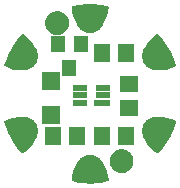
<source format=gbr>
G04 EAGLE Gerber RS-274X export*
G75*
%MOMM*%
%FSLAX34Y34*%
%LPD*%
%INSoldermask Top*%
%IPPOS*%
%AMOC8*
5,1,8,0,0,1.08239X$1,22.5*%
G01*
%ADD10R,1.403200X0.603200*%
%ADD11R,1.203200X0.603200*%
%ADD12R,1.403200X1.503200*%
%ADD13R,1.503200X1.403200*%
%ADD14R,1.603200X1.603200*%
%ADD15R,1.203200X1.403200*%
%ADD16C,2.387600*%
%ADD17C,1.203200*%
%ADD18C,0.500000*%

G36*
X3062Y-76024D02*
X3062Y-76024D01*
X3099Y-76026D01*
X9133Y-75392D01*
X9160Y-75384D01*
X9198Y-75382D01*
X15132Y-74120D01*
X15154Y-74111D01*
X15178Y-74109D01*
X15257Y-74069D01*
X15340Y-74036D01*
X15357Y-74020D01*
X15378Y-74009D01*
X15411Y-73975D01*
X15413Y-73973D01*
X15422Y-73963D01*
X15439Y-73944D01*
X15505Y-73884D01*
X15516Y-73863D01*
X15532Y-73845D01*
X15548Y-73807D01*
X15555Y-73799D01*
X15568Y-73761D01*
X15607Y-73684D01*
X15610Y-73661D01*
X15619Y-73639D01*
X15622Y-73601D01*
X15627Y-73586D01*
X15626Y-73547D01*
X15630Y-73491D01*
X15633Y-73461D01*
X15632Y-73457D01*
X15632Y-73452D01*
X15345Y-69693D01*
X15334Y-69653D01*
X15329Y-69595D01*
X14457Y-65928D01*
X14440Y-65890D01*
X14426Y-65833D01*
X12991Y-62348D01*
X12969Y-62313D01*
X12946Y-62259D01*
X10983Y-59041D01*
X10956Y-59010D01*
X10925Y-58960D01*
X8483Y-56089D01*
X8445Y-56058D01*
X8389Y-55999D01*
X6603Y-54613D01*
X6578Y-54600D01*
X6574Y-54595D01*
X6563Y-54590D01*
X6535Y-54567D01*
X4583Y-53426D01*
X4550Y-53414D01*
X4509Y-53389D01*
X2426Y-52512D01*
X2391Y-52505D01*
X2347Y-52485D01*
X168Y-51888D01*
X92Y-51882D01*
X19Y-51866D01*
X-24Y-51871D01*
X-56Y-51868D01*
X-100Y-51880D01*
X-168Y-51888D01*
X-2347Y-52485D01*
X-2379Y-52501D01*
X-2426Y-52512D01*
X-4509Y-53389D01*
X-4539Y-53408D01*
X-4583Y-53426D01*
X-6535Y-54567D01*
X-6561Y-54590D01*
X-6603Y-54613D01*
X-8389Y-55999D01*
X-8422Y-56036D01*
X-8483Y-56089D01*
X-10925Y-58960D01*
X-10946Y-58996D01*
X-10983Y-59041D01*
X-12946Y-62259D01*
X-12961Y-62297D01*
X-12991Y-62348D01*
X-14426Y-65833D01*
X-14435Y-65874D01*
X-14457Y-65928D01*
X-15329Y-69595D01*
X-15331Y-69636D01*
X-15345Y-69693D01*
X-15632Y-73452D01*
X-15630Y-73475D01*
X-15634Y-73499D01*
X-15622Y-73570D01*
X-15620Y-73623D01*
X-15613Y-73640D01*
X-15610Y-73675D01*
X-15599Y-73696D01*
X-15595Y-73720D01*
X-15550Y-73796D01*
X-15550Y-73797D01*
X-15536Y-73831D01*
X-15529Y-73838D01*
X-15511Y-73876D01*
X-15493Y-73893D01*
X-15481Y-73913D01*
X-15413Y-73969D01*
X-15391Y-73990D01*
X-15384Y-73997D01*
X-15382Y-73998D01*
X-15348Y-74030D01*
X-15326Y-74040D01*
X-15307Y-74055D01*
X-15170Y-74106D01*
X-15141Y-74118D01*
X-15137Y-74119D01*
X-15132Y-74120D01*
X-9198Y-75382D01*
X-9169Y-75383D01*
X-9133Y-75392D01*
X-3099Y-76026D01*
X-3071Y-76024D01*
X-3033Y-76030D01*
X3033Y-76030D01*
X3062Y-76024D01*
G37*
G36*
X-57510Y20009D02*
X-57510Y20009D01*
X-57470Y20017D01*
X-57411Y20019D01*
X-53704Y20698D01*
X-53657Y20715D01*
X-53578Y20734D01*
X-51485Y21588D01*
X-51455Y21607D01*
X-51411Y21624D01*
X-49447Y22744D01*
X-49420Y22766D01*
X-49378Y22789D01*
X-47577Y24155D01*
X-47553Y24181D01*
X-47515Y24210D01*
X-45908Y25799D01*
X-45864Y25861D01*
X-45814Y25917D01*
X-45801Y25947D01*
X-45796Y25954D01*
X-45793Y25962D01*
X-45779Y25983D01*
X-45767Y26027D01*
X-45740Y26089D01*
X-45167Y28276D01*
X-45164Y28311D01*
X-45151Y28357D01*
X-44869Y30600D01*
X-44871Y30635D01*
X-44864Y30682D01*
X-44876Y32942D01*
X-44883Y32977D01*
X-44882Y33025D01*
X-45189Y35264D01*
X-45205Y35311D01*
X-45220Y35391D01*
X-46486Y38942D01*
X-46507Y38977D01*
X-46527Y39032D01*
X-48332Y42341D01*
X-48358Y42373D01*
X-48387Y42425D01*
X-50687Y45410D01*
X-50718Y45438D01*
X-50754Y45484D01*
X-53494Y48073D01*
X-53528Y48095D01*
X-53571Y48135D01*
X-56682Y50264D01*
X-56704Y50274D01*
X-56722Y50289D01*
X-56805Y50319D01*
X-56820Y50326D01*
X-56836Y50334D01*
X-56839Y50334D01*
X-56887Y50356D01*
X-56911Y50357D01*
X-56933Y50365D01*
X-57022Y50365D01*
X-57111Y50371D01*
X-57133Y50364D01*
X-57157Y50364D01*
X-57241Y50332D01*
X-57326Y50307D01*
X-57345Y50292D01*
X-57367Y50284D01*
X-57443Y50222D01*
X-57466Y50208D01*
X-57479Y50191D01*
X-57481Y50190D01*
X-57505Y50172D01*
X-57507Y50168D01*
X-57512Y50165D01*
X-61571Y45657D01*
X-61586Y45632D01*
X-61613Y45605D01*
X-65178Y40697D01*
X-65191Y40671D01*
X-65214Y40642D01*
X-68248Y35388D01*
X-68257Y35361D01*
X-68278Y35329D01*
X-70745Y29787D01*
X-70752Y29759D01*
X-70769Y29725D01*
X-72643Y23956D01*
X-72647Y23932D01*
X-72656Y23910D01*
X-72662Y23822D01*
X-72674Y23733D01*
X-72669Y23710D01*
X-72670Y23686D01*
X-72645Y23601D01*
X-72625Y23514D01*
X-72612Y23494D01*
X-72605Y23472D01*
X-72552Y23401D01*
X-72503Y23326D01*
X-72484Y23312D01*
X-72470Y23293D01*
X-72347Y23210D01*
X-72323Y23192D01*
X-72319Y23191D01*
X-72315Y23188D01*
X-68916Y21558D01*
X-68876Y21547D01*
X-68823Y21522D01*
X-65211Y20444D01*
X-65170Y20439D01*
X-65114Y20423D01*
X-61378Y19923D01*
X-61337Y19925D01*
X-61278Y19918D01*
X-57510Y20009D01*
G37*
G36*
X61319Y19924D02*
X61319Y19924D01*
X61378Y19923D01*
X65114Y20423D01*
X65153Y20436D01*
X65211Y20444D01*
X68823Y21522D01*
X68860Y21541D01*
X68916Y21558D01*
X72315Y23188D01*
X72334Y23202D01*
X72356Y23210D01*
X72424Y23267D01*
X72496Y23319D01*
X72510Y23339D01*
X72528Y23354D01*
X72572Y23431D01*
X72621Y23505D01*
X72627Y23529D01*
X72639Y23549D01*
X72653Y23637D01*
X72673Y23724D01*
X72671Y23747D01*
X72674Y23771D01*
X72650Y23917D01*
X72646Y23946D01*
X72644Y23950D01*
X72643Y23956D01*
X70769Y29725D01*
X70755Y29751D01*
X70745Y29787D01*
X68278Y35329D01*
X68261Y35353D01*
X68248Y35388D01*
X65214Y40642D01*
X65196Y40664D01*
X65178Y40697D01*
X61613Y45605D01*
X61592Y45625D01*
X61571Y45657D01*
X57512Y50165D01*
X57493Y50179D01*
X57479Y50199D01*
X57449Y50219D01*
X57437Y50231D01*
X57404Y50249D01*
X57334Y50302D01*
X57312Y50309D01*
X57292Y50323D01*
X57205Y50343D01*
X57120Y50370D01*
X57096Y50368D01*
X57073Y50374D01*
X56985Y50363D01*
X56896Y50358D01*
X56874Y50349D01*
X56851Y50346D01*
X56803Y50322D01*
X56800Y50322D01*
X56794Y50318D01*
X56718Y50281D01*
X56690Y50269D01*
X56687Y50266D01*
X56682Y50264D01*
X53571Y48135D01*
X53542Y48106D01*
X53494Y48073D01*
X50754Y45484D01*
X50730Y45451D01*
X50687Y45410D01*
X48387Y42425D01*
X48368Y42388D01*
X48332Y42341D01*
X46527Y39032D01*
X46514Y38993D01*
X46486Y38942D01*
X45220Y35391D01*
X45212Y35342D01*
X45189Y35264D01*
X44882Y33025D01*
X44884Y32990D01*
X44876Y32942D01*
X44864Y30682D01*
X44870Y30647D01*
X44869Y30600D01*
X45151Y28357D01*
X45162Y28323D01*
X45167Y28276D01*
X45740Y26089D01*
X45772Y26021D01*
X45795Y25949D01*
X45813Y25925D01*
X45815Y25922D01*
X45821Y25915D01*
X45835Y25886D01*
X45867Y25854D01*
X45908Y25799D01*
X47515Y24210D01*
X47544Y24190D01*
X47577Y24155D01*
X49378Y22789D01*
X49410Y22773D01*
X49447Y22744D01*
X51411Y21624D01*
X51444Y21612D01*
X51485Y21588D01*
X53578Y20734D01*
X53627Y20724D01*
X53704Y20698D01*
X57411Y20019D01*
X57452Y20019D01*
X57510Y20009D01*
X61278Y19918D01*
X61319Y19924D01*
G37*
G36*
X57133Y-50364D02*
X57133Y-50364D01*
X57157Y-50364D01*
X57241Y-50332D01*
X57326Y-50307D01*
X57345Y-50292D01*
X57367Y-50284D01*
X57481Y-50190D01*
X57505Y-50172D01*
X57507Y-50168D01*
X57512Y-50165D01*
X61571Y-45657D01*
X61586Y-45632D01*
X61613Y-45605D01*
X65178Y-40697D01*
X65191Y-40671D01*
X65214Y-40642D01*
X68248Y-35388D01*
X68257Y-35361D01*
X68278Y-35329D01*
X70745Y-29787D01*
X70752Y-29759D01*
X70769Y-29725D01*
X72643Y-23956D01*
X72647Y-23932D01*
X72656Y-23910D01*
X72662Y-23822D01*
X72674Y-23733D01*
X72669Y-23710D01*
X72670Y-23686D01*
X72645Y-23601D01*
X72625Y-23514D01*
X72612Y-23494D01*
X72605Y-23472D01*
X72552Y-23401D01*
X72503Y-23326D01*
X72484Y-23312D01*
X72470Y-23293D01*
X72347Y-23210D01*
X72323Y-23192D01*
X72319Y-23191D01*
X72315Y-23188D01*
X68916Y-21558D01*
X68876Y-21547D01*
X68823Y-21522D01*
X65211Y-20444D01*
X65170Y-20439D01*
X65114Y-20423D01*
X61378Y-19923D01*
X61337Y-19925D01*
X61278Y-19918D01*
X57510Y-20009D01*
X57470Y-20017D01*
X57411Y-20019D01*
X53704Y-20698D01*
X53657Y-20715D01*
X53578Y-20734D01*
X51485Y-21588D01*
X51455Y-21607D01*
X51411Y-21624D01*
X49447Y-22744D01*
X49420Y-22766D01*
X49378Y-22789D01*
X47577Y-24155D01*
X47553Y-24181D01*
X47515Y-24210D01*
X45908Y-25799D01*
X45864Y-25861D01*
X45814Y-25917D01*
X45797Y-25956D01*
X45779Y-25983D01*
X45767Y-26027D01*
X45740Y-26089D01*
X45167Y-28276D01*
X45164Y-28311D01*
X45151Y-28357D01*
X44869Y-30600D01*
X44871Y-30635D01*
X44864Y-30682D01*
X44876Y-32942D01*
X44883Y-32977D01*
X44882Y-33025D01*
X45189Y-35264D01*
X45193Y-35277D01*
X45194Y-35283D01*
X45203Y-35307D01*
X45205Y-35311D01*
X45220Y-35391D01*
X46486Y-38942D01*
X46507Y-38977D01*
X46527Y-39032D01*
X48332Y-42341D01*
X48358Y-42373D01*
X48387Y-42425D01*
X50687Y-45410D01*
X50718Y-45438D01*
X50754Y-45484D01*
X53494Y-48073D01*
X53528Y-48095D01*
X53571Y-48135D01*
X56682Y-50264D01*
X56704Y-50274D01*
X56722Y-50289D01*
X56805Y-50319D01*
X56887Y-50356D01*
X56911Y-50357D01*
X56933Y-50365D01*
X57022Y-50365D01*
X57111Y-50371D01*
X57133Y-50364D01*
G37*
G36*
X-56985Y-50363D02*
X-56985Y-50363D01*
X-56896Y-50358D01*
X-56874Y-50349D01*
X-56851Y-50346D01*
X-56718Y-50281D01*
X-56690Y-50269D01*
X-56687Y-50266D01*
X-56682Y-50264D01*
X-53571Y-48135D01*
X-53542Y-48106D01*
X-53494Y-48073D01*
X-50754Y-45484D01*
X-50730Y-45451D01*
X-50687Y-45410D01*
X-48387Y-42425D01*
X-48368Y-42388D01*
X-48332Y-42341D01*
X-46527Y-39032D01*
X-46514Y-38993D01*
X-46486Y-38942D01*
X-45220Y-35391D01*
X-45212Y-35342D01*
X-45189Y-35264D01*
X-44882Y-33025D01*
X-44884Y-32990D01*
X-44876Y-32942D01*
X-44864Y-30682D01*
X-44870Y-30647D01*
X-44869Y-30600D01*
X-45151Y-28357D01*
X-45162Y-28323D01*
X-45167Y-28276D01*
X-45740Y-26089D01*
X-45772Y-26021D01*
X-45795Y-25949D01*
X-45821Y-25915D01*
X-45835Y-25886D01*
X-45867Y-25854D01*
X-45908Y-25799D01*
X-47515Y-24210D01*
X-47544Y-24190D01*
X-47577Y-24155D01*
X-49378Y-22789D01*
X-49410Y-22773D01*
X-49447Y-22744D01*
X-51411Y-21624D01*
X-51444Y-21612D01*
X-51485Y-21588D01*
X-53578Y-20734D01*
X-53627Y-20724D01*
X-53704Y-20698D01*
X-57411Y-20019D01*
X-57452Y-20019D01*
X-57510Y-20009D01*
X-61278Y-19918D01*
X-61319Y-19924D01*
X-61378Y-19923D01*
X-65114Y-20423D01*
X-65153Y-20436D01*
X-65211Y-20444D01*
X-68823Y-21522D01*
X-68860Y-21541D01*
X-68916Y-21558D01*
X-72315Y-23188D01*
X-72334Y-23202D01*
X-72356Y-23210D01*
X-72424Y-23267D01*
X-72496Y-23319D01*
X-72510Y-23339D01*
X-72528Y-23354D01*
X-72572Y-23431D01*
X-72621Y-23505D01*
X-72627Y-23529D01*
X-72639Y-23549D01*
X-72653Y-23637D01*
X-72673Y-23724D01*
X-72671Y-23747D01*
X-72674Y-23771D01*
X-72650Y-23917D01*
X-72646Y-23946D01*
X-72644Y-23950D01*
X-72643Y-23956D01*
X-70769Y-29725D01*
X-70755Y-29751D01*
X-70745Y-29787D01*
X-68278Y-35329D01*
X-68261Y-35353D01*
X-68248Y-35388D01*
X-65214Y-40642D01*
X-65196Y-40664D01*
X-65178Y-40697D01*
X-61613Y-45605D01*
X-61592Y-45625D01*
X-61571Y-45657D01*
X-57512Y-50165D01*
X-57493Y-50179D01*
X-57479Y-50199D01*
X-57405Y-50248D01*
X-57334Y-50302D01*
X-57312Y-50309D01*
X-57292Y-50323D01*
X-57205Y-50343D01*
X-57120Y-50370D01*
X-57096Y-50368D01*
X-57073Y-50374D01*
X-56985Y-50363D01*
G37*
G36*
X24Y51871D02*
X24Y51871D01*
X56Y51868D01*
X100Y51880D01*
X168Y51888D01*
X2347Y52485D01*
X2379Y52501D01*
X2426Y52512D01*
X4509Y53389D01*
X4539Y53408D01*
X4583Y53426D01*
X6535Y54567D01*
X6561Y54590D01*
X6603Y54613D01*
X8389Y55999D01*
X8422Y56036D01*
X8483Y56089D01*
X10925Y58960D01*
X10946Y58996D01*
X10983Y59041D01*
X12946Y62259D01*
X12961Y62297D01*
X12991Y62348D01*
X14426Y65833D01*
X14435Y65874D01*
X14457Y65928D01*
X15329Y69595D01*
X15331Y69636D01*
X15345Y69693D01*
X15632Y73452D01*
X15630Y73475D01*
X15634Y73499D01*
X15619Y73586D01*
X15610Y73675D01*
X15599Y73696D01*
X15595Y73720D01*
X15550Y73796D01*
X15511Y73876D01*
X15493Y73893D01*
X15481Y73913D01*
X15413Y73969D01*
X15348Y74030D01*
X15326Y74040D01*
X15307Y74055D01*
X15170Y74106D01*
X15141Y74118D01*
X15137Y74119D01*
X15132Y74120D01*
X9198Y75382D01*
X9169Y75383D01*
X9133Y75392D01*
X3099Y76026D01*
X3071Y76024D01*
X3033Y76030D01*
X-3033Y76030D01*
X-3062Y76024D01*
X-3099Y76026D01*
X-9133Y75392D01*
X-9160Y75384D01*
X-9198Y75382D01*
X-15132Y74120D01*
X-15154Y74111D01*
X-15178Y74109D01*
X-15257Y74069D01*
X-15340Y74036D01*
X-15357Y74020D01*
X-15378Y74009D01*
X-15439Y73944D01*
X-15505Y73884D01*
X-15516Y73863D01*
X-15532Y73845D01*
X-15566Y73763D01*
X-15607Y73684D01*
X-15610Y73661D01*
X-15619Y73639D01*
X-15630Y73491D01*
X-15633Y73461D01*
X-15632Y73457D01*
X-15632Y73452D01*
X-15345Y69693D01*
X-15334Y69653D01*
X-15329Y69595D01*
X-14457Y65928D01*
X-14440Y65890D01*
X-14426Y65833D01*
X-12991Y62348D01*
X-12969Y62313D01*
X-12946Y62259D01*
X-10983Y59041D01*
X-10956Y59010D01*
X-10925Y58960D01*
X-8483Y56089D01*
X-8445Y56058D01*
X-8389Y55999D01*
X-6603Y54613D01*
X-6572Y54597D01*
X-6535Y54567D01*
X-4583Y53426D01*
X-4550Y53414D01*
X-4509Y53389D01*
X-2426Y52512D01*
X-2391Y52505D01*
X-2347Y52485D01*
X-168Y51888D01*
X-92Y51882D01*
X-19Y51866D01*
X24Y51871D01*
G37*
D10*
X9770Y-7770D03*
D11*
X10770Y-1270D03*
X10770Y5230D03*
X-8230Y5230D03*
X-8230Y-1270D03*
X-8230Y-7770D03*
D12*
X-31410Y-36180D03*
X-11090Y-36180D03*
D13*
X32690Y7960D03*
X32690Y-12360D03*
D12*
X30550Y-35970D03*
X10230Y-35970D03*
D14*
X-33040Y-18060D03*
X-33040Y10940D03*
D15*
X-17620Y21680D03*
X-27120Y41680D03*
X-8120Y41680D03*
D12*
X10160Y34290D03*
X30480Y34290D03*
D16*
X0Y-63500D03*
X0Y63500D03*
X-55880Y-31750D03*
X55880Y-31750D03*
X-55880Y31750D03*
X55880Y31750D03*
D17*
X-27940Y59690D03*
D18*
X-27940Y67190D02*
X-28121Y67188D01*
X-28302Y67181D01*
X-28483Y67170D01*
X-28664Y67155D01*
X-28844Y67135D01*
X-29024Y67111D01*
X-29203Y67083D01*
X-29381Y67050D01*
X-29558Y67013D01*
X-29735Y66972D01*
X-29910Y66927D01*
X-30085Y66877D01*
X-30258Y66823D01*
X-30429Y66765D01*
X-30600Y66703D01*
X-30768Y66636D01*
X-30935Y66566D01*
X-31101Y66492D01*
X-31264Y66413D01*
X-31425Y66331D01*
X-31585Y66245D01*
X-31742Y66155D01*
X-31897Y66061D01*
X-32050Y65964D01*
X-32200Y65862D01*
X-32348Y65758D01*
X-32494Y65649D01*
X-32636Y65538D01*
X-32776Y65422D01*
X-32913Y65304D01*
X-33048Y65182D01*
X-33179Y65057D01*
X-33307Y64929D01*
X-33432Y64798D01*
X-33554Y64663D01*
X-33672Y64526D01*
X-33788Y64386D01*
X-33899Y64244D01*
X-34008Y64098D01*
X-34112Y63950D01*
X-34214Y63800D01*
X-34311Y63647D01*
X-34405Y63492D01*
X-34495Y63335D01*
X-34581Y63175D01*
X-34663Y63014D01*
X-34742Y62851D01*
X-34816Y62685D01*
X-34886Y62518D01*
X-34953Y62350D01*
X-35015Y62179D01*
X-35073Y62008D01*
X-35127Y61835D01*
X-35177Y61660D01*
X-35222Y61485D01*
X-35263Y61308D01*
X-35300Y61131D01*
X-35333Y60953D01*
X-35361Y60774D01*
X-35385Y60594D01*
X-35405Y60414D01*
X-35420Y60233D01*
X-35431Y60052D01*
X-35438Y59871D01*
X-35440Y59690D01*
X-27940Y67190D02*
X-27759Y67188D01*
X-27578Y67181D01*
X-27397Y67170D01*
X-27216Y67155D01*
X-27036Y67135D01*
X-26856Y67111D01*
X-26677Y67083D01*
X-26499Y67050D01*
X-26322Y67013D01*
X-26145Y66972D01*
X-25970Y66927D01*
X-25795Y66877D01*
X-25622Y66823D01*
X-25451Y66765D01*
X-25280Y66703D01*
X-25112Y66636D01*
X-24945Y66566D01*
X-24779Y66492D01*
X-24616Y66413D01*
X-24455Y66331D01*
X-24295Y66245D01*
X-24138Y66155D01*
X-23983Y66061D01*
X-23830Y65964D01*
X-23680Y65862D01*
X-23532Y65758D01*
X-23386Y65649D01*
X-23244Y65538D01*
X-23104Y65422D01*
X-22967Y65304D01*
X-22832Y65182D01*
X-22701Y65057D01*
X-22573Y64929D01*
X-22448Y64798D01*
X-22326Y64663D01*
X-22208Y64526D01*
X-22092Y64386D01*
X-21981Y64244D01*
X-21872Y64098D01*
X-21768Y63950D01*
X-21666Y63800D01*
X-21569Y63647D01*
X-21475Y63492D01*
X-21385Y63335D01*
X-21299Y63175D01*
X-21217Y63014D01*
X-21138Y62851D01*
X-21064Y62685D01*
X-20994Y62518D01*
X-20927Y62350D01*
X-20865Y62179D01*
X-20807Y62008D01*
X-20753Y61835D01*
X-20703Y61660D01*
X-20658Y61485D01*
X-20617Y61308D01*
X-20580Y61131D01*
X-20547Y60953D01*
X-20519Y60774D01*
X-20495Y60594D01*
X-20475Y60414D01*
X-20460Y60233D01*
X-20449Y60052D01*
X-20442Y59871D01*
X-20440Y59690D01*
X-20442Y59509D01*
X-20449Y59328D01*
X-20460Y59147D01*
X-20475Y58966D01*
X-20495Y58786D01*
X-20519Y58606D01*
X-20547Y58427D01*
X-20580Y58249D01*
X-20617Y58072D01*
X-20658Y57895D01*
X-20703Y57720D01*
X-20753Y57545D01*
X-20807Y57372D01*
X-20865Y57201D01*
X-20927Y57030D01*
X-20994Y56862D01*
X-21064Y56695D01*
X-21138Y56529D01*
X-21217Y56366D01*
X-21299Y56205D01*
X-21385Y56045D01*
X-21475Y55888D01*
X-21569Y55733D01*
X-21666Y55580D01*
X-21768Y55430D01*
X-21872Y55282D01*
X-21981Y55136D01*
X-22092Y54994D01*
X-22208Y54854D01*
X-22326Y54717D01*
X-22448Y54582D01*
X-22573Y54451D01*
X-22701Y54323D01*
X-22832Y54198D01*
X-22967Y54076D01*
X-23104Y53958D01*
X-23244Y53842D01*
X-23386Y53731D01*
X-23532Y53622D01*
X-23680Y53518D01*
X-23830Y53416D01*
X-23983Y53319D01*
X-24138Y53225D01*
X-24295Y53135D01*
X-24455Y53049D01*
X-24616Y52967D01*
X-24779Y52888D01*
X-24945Y52814D01*
X-25112Y52744D01*
X-25280Y52677D01*
X-25451Y52615D01*
X-25622Y52557D01*
X-25795Y52503D01*
X-25970Y52453D01*
X-26145Y52408D01*
X-26322Y52367D01*
X-26499Y52330D01*
X-26677Y52297D01*
X-26856Y52269D01*
X-27036Y52245D01*
X-27216Y52225D01*
X-27397Y52210D01*
X-27578Y52199D01*
X-27759Y52192D01*
X-27940Y52190D01*
X-28121Y52192D01*
X-28302Y52199D01*
X-28483Y52210D01*
X-28664Y52225D01*
X-28844Y52245D01*
X-29024Y52269D01*
X-29203Y52297D01*
X-29381Y52330D01*
X-29558Y52367D01*
X-29735Y52408D01*
X-29910Y52453D01*
X-30085Y52503D01*
X-30258Y52557D01*
X-30429Y52615D01*
X-30600Y52677D01*
X-30768Y52744D01*
X-30935Y52814D01*
X-31101Y52888D01*
X-31264Y52967D01*
X-31425Y53049D01*
X-31585Y53135D01*
X-31742Y53225D01*
X-31897Y53319D01*
X-32050Y53416D01*
X-32200Y53518D01*
X-32348Y53622D01*
X-32494Y53731D01*
X-32636Y53842D01*
X-32776Y53958D01*
X-32913Y54076D01*
X-33048Y54198D01*
X-33179Y54323D01*
X-33307Y54451D01*
X-33432Y54582D01*
X-33554Y54717D01*
X-33672Y54854D01*
X-33788Y54994D01*
X-33899Y55136D01*
X-34008Y55282D01*
X-34112Y55430D01*
X-34214Y55580D01*
X-34311Y55733D01*
X-34405Y55888D01*
X-34495Y56045D01*
X-34581Y56205D01*
X-34663Y56366D01*
X-34742Y56529D01*
X-34816Y56695D01*
X-34886Y56862D01*
X-34953Y57030D01*
X-35015Y57201D01*
X-35073Y57372D01*
X-35127Y57545D01*
X-35177Y57720D01*
X-35222Y57895D01*
X-35263Y58072D01*
X-35300Y58249D01*
X-35333Y58427D01*
X-35361Y58606D01*
X-35385Y58786D01*
X-35405Y58966D01*
X-35420Y59147D01*
X-35431Y59328D01*
X-35438Y59509D01*
X-35440Y59690D01*
D17*
X26670Y-57150D03*
D18*
X26670Y-49650D02*
X26489Y-49652D01*
X26308Y-49659D01*
X26127Y-49670D01*
X25946Y-49685D01*
X25766Y-49705D01*
X25586Y-49729D01*
X25407Y-49757D01*
X25229Y-49790D01*
X25052Y-49827D01*
X24875Y-49868D01*
X24700Y-49913D01*
X24525Y-49963D01*
X24352Y-50017D01*
X24181Y-50075D01*
X24010Y-50137D01*
X23842Y-50204D01*
X23675Y-50274D01*
X23509Y-50348D01*
X23346Y-50427D01*
X23185Y-50509D01*
X23025Y-50595D01*
X22868Y-50685D01*
X22713Y-50779D01*
X22560Y-50876D01*
X22410Y-50978D01*
X22262Y-51082D01*
X22116Y-51191D01*
X21974Y-51302D01*
X21834Y-51418D01*
X21697Y-51536D01*
X21562Y-51658D01*
X21431Y-51783D01*
X21303Y-51911D01*
X21178Y-52042D01*
X21056Y-52177D01*
X20938Y-52314D01*
X20822Y-52454D01*
X20711Y-52596D01*
X20602Y-52742D01*
X20498Y-52890D01*
X20396Y-53040D01*
X20299Y-53193D01*
X20205Y-53348D01*
X20115Y-53505D01*
X20029Y-53665D01*
X19947Y-53826D01*
X19868Y-53989D01*
X19794Y-54155D01*
X19724Y-54322D01*
X19657Y-54490D01*
X19595Y-54661D01*
X19537Y-54832D01*
X19483Y-55005D01*
X19433Y-55180D01*
X19388Y-55355D01*
X19347Y-55532D01*
X19310Y-55709D01*
X19277Y-55887D01*
X19249Y-56066D01*
X19225Y-56246D01*
X19205Y-56426D01*
X19190Y-56607D01*
X19179Y-56788D01*
X19172Y-56969D01*
X19170Y-57150D01*
X26670Y-49650D02*
X26851Y-49652D01*
X27032Y-49659D01*
X27213Y-49670D01*
X27394Y-49685D01*
X27574Y-49705D01*
X27754Y-49729D01*
X27933Y-49757D01*
X28111Y-49790D01*
X28288Y-49827D01*
X28465Y-49868D01*
X28640Y-49913D01*
X28815Y-49963D01*
X28988Y-50017D01*
X29159Y-50075D01*
X29330Y-50137D01*
X29498Y-50204D01*
X29665Y-50274D01*
X29831Y-50348D01*
X29994Y-50427D01*
X30155Y-50509D01*
X30315Y-50595D01*
X30472Y-50685D01*
X30627Y-50779D01*
X30780Y-50876D01*
X30930Y-50978D01*
X31078Y-51082D01*
X31224Y-51191D01*
X31366Y-51302D01*
X31506Y-51418D01*
X31643Y-51536D01*
X31778Y-51658D01*
X31909Y-51783D01*
X32037Y-51911D01*
X32162Y-52042D01*
X32284Y-52177D01*
X32402Y-52314D01*
X32518Y-52454D01*
X32629Y-52596D01*
X32738Y-52742D01*
X32842Y-52890D01*
X32944Y-53040D01*
X33041Y-53193D01*
X33135Y-53348D01*
X33225Y-53505D01*
X33311Y-53665D01*
X33393Y-53826D01*
X33472Y-53989D01*
X33546Y-54155D01*
X33616Y-54322D01*
X33683Y-54490D01*
X33745Y-54661D01*
X33803Y-54832D01*
X33857Y-55005D01*
X33907Y-55180D01*
X33952Y-55355D01*
X33993Y-55532D01*
X34030Y-55709D01*
X34063Y-55887D01*
X34091Y-56066D01*
X34115Y-56246D01*
X34135Y-56426D01*
X34150Y-56607D01*
X34161Y-56788D01*
X34168Y-56969D01*
X34170Y-57150D01*
X34168Y-57331D01*
X34161Y-57512D01*
X34150Y-57693D01*
X34135Y-57874D01*
X34115Y-58054D01*
X34091Y-58234D01*
X34063Y-58413D01*
X34030Y-58591D01*
X33993Y-58768D01*
X33952Y-58945D01*
X33907Y-59120D01*
X33857Y-59295D01*
X33803Y-59468D01*
X33745Y-59639D01*
X33683Y-59810D01*
X33616Y-59978D01*
X33546Y-60145D01*
X33472Y-60311D01*
X33393Y-60474D01*
X33311Y-60635D01*
X33225Y-60795D01*
X33135Y-60952D01*
X33041Y-61107D01*
X32944Y-61260D01*
X32842Y-61410D01*
X32738Y-61558D01*
X32629Y-61704D01*
X32518Y-61846D01*
X32402Y-61986D01*
X32284Y-62123D01*
X32162Y-62258D01*
X32037Y-62389D01*
X31909Y-62517D01*
X31778Y-62642D01*
X31643Y-62764D01*
X31506Y-62882D01*
X31366Y-62998D01*
X31224Y-63109D01*
X31078Y-63218D01*
X30930Y-63322D01*
X30780Y-63424D01*
X30627Y-63521D01*
X30472Y-63615D01*
X30315Y-63705D01*
X30155Y-63791D01*
X29994Y-63873D01*
X29831Y-63952D01*
X29665Y-64026D01*
X29498Y-64096D01*
X29330Y-64163D01*
X29159Y-64225D01*
X28988Y-64283D01*
X28815Y-64337D01*
X28640Y-64387D01*
X28465Y-64432D01*
X28288Y-64473D01*
X28111Y-64510D01*
X27933Y-64543D01*
X27754Y-64571D01*
X27574Y-64595D01*
X27394Y-64615D01*
X27213Y-64630D01*
X27032Y-64641D01*
X26851Y-64648D01*
X26670Y-64650D01*
X26489Y-64648D01*
X26308Y-64641D01*
X26127Y-64630D01*
X25946Y-64615D01*
X25766Y-64595D01*
X25586Y-64571D01*
X25407Y-64543D01*
X25229Y-64510D01*
X25052Y-64473D01*
X24875Y-64432D01*
X24700Y-64387D01*
X24525Y-64337D01*
X24352Y-64283D01*
X24181Y-64225D01*
X24010Y-64163D01*
X23842Y-64096D01*
X23675Y-64026D01*
X23509Y-63952D01*
X23346Y-63873D01*
X23185Y-63791D01*
X23025Y-63705D01*
X22868Y-63615D01*
X22713Y-63521D01*
X22560Y-63424D01*
X22410Y-63322D01*
X22262Y-63218D01*
X22116Y-63109D01*
X21974Y-62998D01*
X21834Y-62882D01*
X21697Y-62764D01*
X21562Y-62642D01*
X21431Y-62517D01*
X21303Y-62389D01*
X21178Y-62258D01*
X21056Y-62123D01*
X20938Y-61986D01*
X20822Y-61846D01*
X20711Y-61704D01*
X20602Y-61558D01*
X20498Y-61410D01*
X20396Y-61260D01*
X20299Y-61107D01*
X20205Y-60952D01*
X20115Y-60795D01*
X20029Y-60635D01*
X19947Y-60474D01*
X19868Y-60311D01*
X19794Y-60145D01*
X19724Y-59978D01*
X19657Y-59810D01*
X19595Y-59639D01*
X19537Y-59468D01*
X19483Y-59295D01*
X19433Y-59120D01*
X19388Y-58945D01*
X19347Y-58768D01*
X19310Y-58591D01*
X19277Y-58413D01*
X19249Y-58234D01*
X19225Y-58054D01*
X19205Y-57874D01*
X19190Y-57693D01*
X19179Y-57512D01*
X19172Y-57331D01*
X19170Y-57150D01*
M02*

</source>
